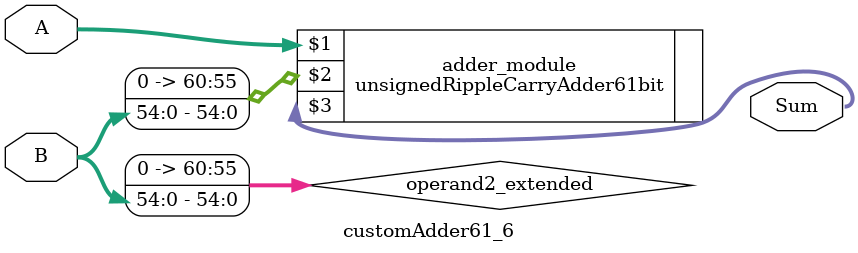
<source format=v>
module customAdder61_6(
                        input [60 : 0] A,
                        input [54 : 0] B,
                        
                        output [61 : 0] Sum
                );

        wire [60 : 0] operand2_extended;
        
        assign operand2_extended =  {6'b0, B};
        
        unsignedRippleCarryAdder61bit adder_module(
            A,
            operand2_extended,
            Sum
        );
        
        endmodule
        
</source>
